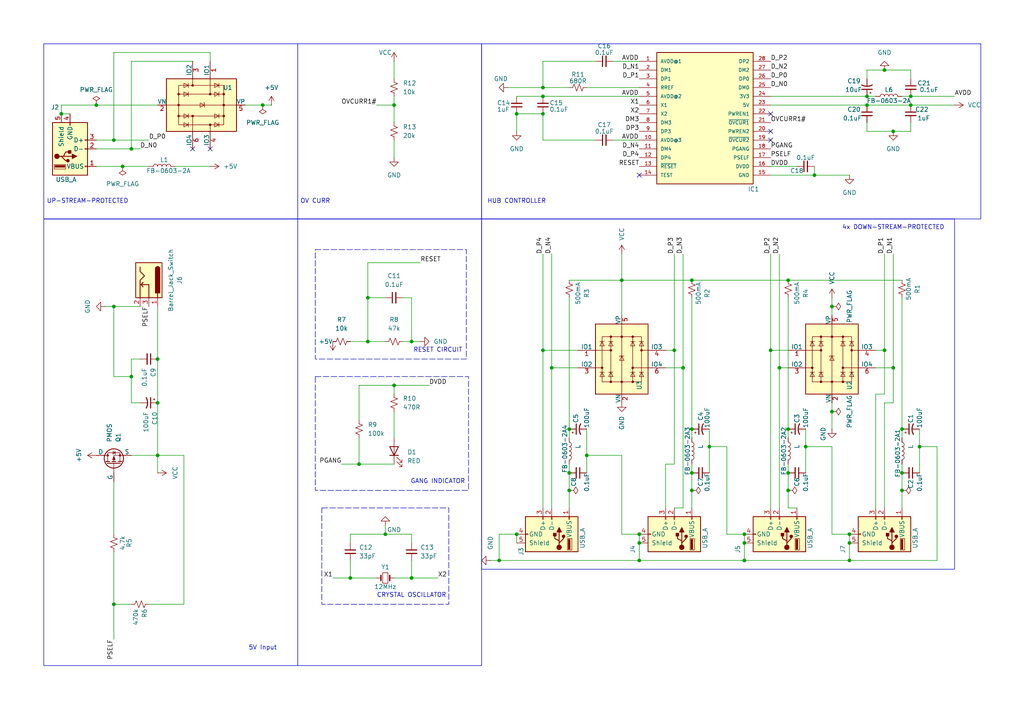
<source format=kicad_sch>
(kicad_sch (version 20231120) (generator "eeschema") (generator_version "8.0")
  (paper "A4")
  (title_block (title "USB_HUB") (date "2024-09-22") (company "Prince Lee Muhera"))
  (lib_symbols
    (symbol "Connector:Barrel_Jack_Switch" (pin_names hide)
      (property "Reference" "J" (at 0 5.334 0))
      (property "Value" "Barrel_Jack_Switch" (at 0 -5.08 0))
      (symbol "Barrel_Jack_Switch_1_1"
        (pin passive line (at 7.62 2.54 180) (length 2.54) (name "~") (number "1"))
        (pin passive line (at 7.62 -2.54 180) (length 2.54) (name "~") (number "2"))
        (pin passive line (at 7.62 0 180) (length 2.54) (name "~") (number "3"))
      )
    )
    (symbol "Connector:USB_A" (pin_names (offset 1.016))
      (property "Reference" "J?" (at -6.35 -1.2701 0))
      (property "Value" "USB_A" (at -6.35 1.2699 0))
      (symbol "USB_A_1_1"
        (pin power_in line (at 7.62 5.08 180) (length 2.54) (name "VBUS") (number "1"))
        (pin bidirectional line (at 7.62 0 180) (length 2.54) (name "D-") (number "2"))
        (pin bidirectional line (at 7.62 -2.54 180) (length 2.54) (name "D+") (number "3"))
        (pin power_in line (at 0 -10.16 90) (length 2.54) (name "GND") (number "4"))
        (pin passive line (at -2.54 -10.16 90) (length 2.54) (name "Shield") (number "5"))
      )
    )
    (symbol "Device:C_Polarized_Small_US" (pin_numbers hide) (pin_names (offset 0.254) hide)
      (property "Reference" "C" (at 0.254 1.778 0))
      (property "Value" "C_Polarized_Small_US" (at 0.254 -2.032 0))
      (symbol "C_Polarized_Small_US_1_1"
        (pin passive line (at 0 2.54 270) (length 2.032) (name "~") (number "1"))
        (pin passive line (at 0 -2.54 90) (length 2.032) (name "~") (number "2"))
      )
    )
    (symbol "Device:C_Small" (pin_numbers hide) (pin_names (offset 0.254) hide)
      (property "Reference" "C" (at 0.254 1.778 0))
      (property "Value" "C_Small" (at 0.254 -2.032 0))
      (symbol "C_Small_1_1"
        (pin passive line (at 0 2.54 270) (length 2.032) (name "~") (number "1"))
        (pin passive line (at 0 -2.54 90) (length 2.032) (name "~") (number "2"))
      )
    )
    (symbol "Device:Crystal_Small" (pin_numbers hide) (pin_names (offset 1.016) hide)
      (property "Reference" "Y" (at 0 2.54 0))
      (property "Value" "Crystal_Small" (at 0 -2.54 0))
      (symbol "Crystal_Small_1_1"
        (pin passive line (at -2.54 0 0) (length 1.27) (name "1") (number "1"))
        (pin passive line (at 2.54 0 180) (length 1.27) (name "2") (number "2"))
      )
    )
    (symbol "Device:L" (pin_numbers hide) (pin_names (offset 1.016) hide)
      (property "Reference" "L" (at -1.27 0 90))
      (property "Value" "L" (at 1.905 0 90))
      (symbol "L_1_1"
        (pin passive line (at 0 3.81 270) (length 1.27) (name "1") (number "1"))
        (pin passive line (at 0 -3.81 90) (length 1.27) (name "2") (number "2"))
      )
    )
    (symbol "Device:LED" (pin_numbers hide) (pin_names (offset 1.016) hide)
      (property "Reference" "D" (at 0 2.54 0))
      (property "Value" "LED" (at 0 -2.54 0))
      (symbol "LED_1_1"
        (pin passive line (at -3.81 0 0) (length 2.54) (name "K") (number "1"))
        (pin passive line (at 3.81 0 180) (length 2.54) (name "A") (number "2"))
      )
    )
    (symbol "Device:R_Small_US" (pin_numbers hide) (pin_names (offset 0.254) hide)
      (property "Reference" "R" (at 0.762 0.508 0))
      (property "Value" "R_Small_US" (at 0.762 -1.016 0))
      (symbol "R_Small_US_1_1"
        (pin passive line (at 0 2.54 270) (length 1.016) (name "~") (number "1"))
        (pin passive line (at 0 -2.54 90) (length 1.016) (name "~") (number "2"))
      )
    )
    (symbol "GL850G:GL850G" (pin_names (offset 1.016))
      (property "Reference" "IC1" (at 13.716 -16.764 0))
      (symbol "GL850G_0_0"
        (pin bidirectional line (at -17.78 20.32 0) (length 5.08) (name "AVDD@1") (number "1"))
        (pin bidirectional line (at -17.78 -2.54 0) (length 5.08) (name "AVDD@3") (number "10"))
        (pin bidirectional line (at -17.78 -5.08 0) (length 5.08) (name "DM4") (number "11"))
        (pin bidirectional line (at -17.78 -7.62 0) (length 5.08) (name "DP4") (number "12"))
        (pin bidirectional line (at -17.78 -10.16 0) (length 5.08) (name "~{RESET}") (number "13"))
        (pin bidirectional line (at -17.78 -12.7 0) (length 5.08) (name "TEST") (number "14"))
        (pin bidirectional line (at 20.32 -10.16 180) (length 5.08) (name "DVDD") (number "16"))
        (pin bidirectional line (at 20.32 -7.62 180) (length 5.08) (name "PSELF") (number "17"))
        (pin bidirectional line (at 20.32 -5.08 180) (length 5.08) (name "PGANG") (number "18"))
        (pin bidirectional line (at 20.32 -2.54 180) (length 5.08) (name "~{OVCUR2}") (number "19"))
        (pin bidirectional line (at 20.32 0 180) (length 5.08) (name "PWREN2") (number "20"))
        (pin bidirectional line (at 20.32 2.54 180) (length 5.08) (name "~{OVCUR1}") (number "21"))
        (pin bidirectional line (at 20.32 5.08 180) (length 5.08) (name "PWREN1") (number "22"))
        (pin bidirectional line (at 20.32 12.7 180) (length 5.08) (name "DM0") (number "25"))
        (pin bidirectional line (at 20.32 15.24 180) (length 5.08) (name "DP0") (number "26"))
        (pin bidirectional line (at -17.78 12.7 0) (length 5.08) (name "RREF") (number "4"))
        (pin bidirectional line (at -17.78 10.16 0) (length 5.08) (name "AVDD@2") (number "5"))
        (pin bidirectional line (at -17.78 7.62 0) (length 5.08) (name "X1") (number "6"))
        (pin bidirectional line (at -17.78 5.08 0) (length 5.08) (name "X2") (number "7"))
        (pin bidirectional line (at -17.78 2.54 0) (length 5.08) (name "DM3") (number "8"))
        (pin bidirectional line (at -17.78 0 0) (length 5.08) (name "DP3") (number "9"))
      )
      (symbol "GL850G_1_0"
        (pin power_in line (at 20.32 -12.7 180) (length 5.08) (name "GND") (number "15"))
        (pin bidirectional line (at -17.78 17.78 0) (length 5.08) (name "DM1") (number "2"))
        (pin power_in line (at 20.32 7.62 180) (length 5.08) (name "5V") (number "23"))
        (pin bidirectional line (at 20.32 10.16 180) (length 5.08) (name "3V3") (number "24"))
        (pin bidirectional line (at 20.32 17.78 180) (length 5.08) (name "DM2") (number "27"))
        (pin bidirectional line (at 20.32 20.32 180) (length 5.08) (name "DP2") (number "28"))
        (pin bidirectional line (at -17.78 15.24 0) (length 5.08) (name "DP1") (number "3"))
      )
    )
    (symbol "Power_Protection:SRV05-4" (pin_names (offset 0))
      (property "Reference" "U" (at -5.08 11.43 0))
      (property "Value" "SRV05-4" (at 2.54 11.43 0))
      (symbol "SRV05-4_1_1"
        (pin passive line (at -12.7 2.54 0) (length 5.08) (name "IO1") (number "1"))
        (pin passive line (at 0 -12.7 90) (length 2.54) (name "VN") (number "2"))
        (pin passive line (at -12.7 -2.54 0) (length 5.08) (name "IO2") (number "3"))
        (pin passive line (at 12.7 2.54 180) (length 5.08) (name "IO3") (number "4"))
        (pin passive line (at 0 12.7 270) (length 2.54) (name "VP") (number "5"))
        (pin passive line (at 12.7 -2.54 180) (length 5.08) (name "IO4") (number "6"))
      )
    )
    (symbol "SRV05-4_1" (pin_names (offset 0))
      (property "Reference" "U2" (at 5.08 -7.62 90))
      (symbol "SRV05-4_1_1_1"
        (pin passive line (at -12.7 2.54 0) (length 5.08) (name "IO1") (number "1"))
        (pin power_in line (at 0 -12.7 90) (length 2.54) (name "VN") (number "2"))
        (pin passive line (at -12.7 -2.54 0) (length 5.08) (name "IO2") (number "3"))
        (pin passive line (at 12.7 2.54 180) (length 5.08) (name "IO3") (number "4"))
        (pin power_in line (at 0 12.7 270) (length 2.54) (name "VP") (number "5"))
        (pin passive line (at 12.7 -2.54 180) (length 5.08) (name "IO4") (number "6"))
      )
    )
    (symbol "Simulation_SPICE:PMOS" (pin_numbers hide) (pin_names (offset 0))
      (property "Reference" "Q" (at 5.08 1.27 0))
      (property "Value" "PMOS" (at 5.08 -1.27 0))
      (symbol "PMOS_1_1"
        (pin passive line (at 2.54 5.08 270) (length 2.54) (name "D") (number "1"))
        (pin input line (at -5.08 0 0) (length 2.54) (name "G") (number "2"))
        (pin passive line (at 2.54 -5.08 90) (length 2.54) (name "S") (number "3"))
      )
    )
    (symbol "power:+5V" (power) (pin_numbers hide) (pin_names (offset 0) hide)
      (property "Value" "+5V" (at 0 3.556 0))
      (symbol "+5V_1_1"
        (pin power_in line (at 0 0 90) (length 0) (name "~") (number "1"))
      )
    )
    (symbol "power:GND" (power) (pin_numbers hide) (pin_names (offset 0) hide)
      (property "Value" "GND" (at 0 -3.81 0))
      (symbol "GND_1_1"
        (pin power_in line (at 0 0 270) (length 0) (name "~") (number "1"))
      )
    )
    (symbol "power:PWR_FLAG" (power) (pin_numbers hide) (pin_names (offset 0) hide)
      (property "Value" "PWR_FLAG" (at 0 3.81 0))
      (symbol "PWR_FLAG_0_0"
        (pin power_out line (at 0 0 90) (length 0) (name "~") (number "1"))
      )
    )
    (symbol "power:VCC" (power) (pin_numbers hide) (pin_names (offset 0) hide)
      (property "Value" "VCC" (at 0 3.556 0))
      (symbol "VCC_1_1"
        (pin power_in line (at 0 0 90) (length 0) (name "~") (number "1"))
      )
    )
  )
  (junction (at 200.66 137.16))
  (junction (at 33.02 40.64))
  (junction (at 241.3 119.38))
  (junction (at 35.56 48.26))
  (junction (at 261.62 142.24))
  (junction (at 264.16 30.48))
  (junction (at 246.38 162.56))
  (junction (at 185.42 162.56))
  (junction (at 17.78 33.02))
  (junction (at 215.9 157.48))
  (junction (at 246.38 157.48))
  (junction (at 144.78 162.56))
  (junction (at 233.68 129.54))
  (junction (at 198.12 106.68))
  (junction (at 157.48 101.6))
  (junction (at 261.62 137.16))
  (junction (at 157.48 33.02))
  (junction (at 185.42 157.48))
  (junction (at 165.1 124.46))
  (junction (at 228.6 124.46))
  (junction (at 106.68 86.36))
  (junction (at 160.02 106.68))
  (junction (at 259.08 38.1))
  (junction (at 205.74 129.54))
  (junction (at 256.54 20.32))
  (junction (at 149.86 33.02))
  (junction (at 101.6 167.64))
  (junction (at 38.1 43.18))
  (junction (at 200.66 124.46))
  (junction (at 215.9 162.56))
  (junction (at 200.66 81.28))
  (junction (at 264.16 27.94))
  (junction (at 33.02 88.9))
  (junction (at 157.48 27.94))
  (junction (at 114.3 30.48))
  (junction (at 236.22 50.8))
  (junction (at 104.14 134.62))
  (junction (at 241.3 88.9))
  (junction (at 266.7 129.54))
  (junction (at 195.58 101.6))
  (junction (at 38.1 109.22))
  (junction (at 111.76 154.94))
  (junction (at 45.72 132.08))
  (junction (at 149.86 154.94))
  (junction (at 185.42 154.94))
  (junction (at 33.02 175.26))
  (junction (at 215.9 154.94))
  (junction (at 45.72 116.84))
  (junction (at 256.54 101.6))
  (junction (at 261.62 124.46))
  (junction (at 119.38 167.64))
  (junction (at 200.66 142.24))
  (junction (at 165.1 137.16))
  (junction (at 259.08 106.68))
  (junction (at 106.68 99.06))
  (junction (at 157.48 25.4))
  (junction (at 27.94 30.48))
  (junction (at 170.18 132.08))
  (junction (at 228.6 137.16))
  (junction (at 76.2 30.48))
  (junction (at 165.1 142.24))
  (junction (at 251.46 27.94))
  (junction (at 228.6 142.24))
  (junction (at 119.38 99.06))
  (junction (at 228.6 81.28))
  (junction (at 246.38 154.94))
  (junction (at 226.06 106.68))
  (junction (at 45.72 104.14))
  (junction (at 223.52 101.6))
  (junction (at 251.46 30.48))
  (junction (at 180.34 81.28))
  (junction (at 114.3 111.76))
  (no_connect (at 223.52 40.64))
  (no_connect (at 185.42 50.8))
  (no_connect (at 60.96 43.18))
  (no_connect (at 55.88 43.18))
  (no_connect (at 223.52 38.1))
  (no_connect (at 223.52 33.02))
  (wire (pts (xy 193.04 147.32) (xy 193.04 134.62)))
  (wire (pts (xy 251.46 22.86) (xy 251.46 20.32)))
  (wire (pts (xy 200.66 142.24) (xy 200.66 147.32)))
  (wire (pts (xy 180.34 132.08) (xy 180.34 154.94)))
  (wire (pts (xy 78.74 30.48) (xy 76.2 30.48)))
  (wire (pts (xy 157.48 40.64) (xy 157.48 33.02)))
  (wire (pts (xy 149.86 33.02) (xy 149.86 38.1)))
  (wire (pts (xy 114.3 111.76) (xy 114.3 114.3)))
  (wire (pts (xy 261.62 86.36) (xy 261.62 124.46)))
  (wire (pts (xy 210.82 129.54) (xy 205.74 129.54)))
  (wire (pts (xy 223.52 48.26) (xy 231.14 48.26)))
  (wire (pts (xy 200.66 137.16) (xy 200.66 142.24)))
  (wire (pts (xy 228.6 137.16) (xy 228.6 142.24)))
  (wire (pts (xy 170.18 132.08) (xy 170.18 137.16)))
  (wire (pts (xy 215.9 154.94) (xy 215.9 157.48)))
  (wire (pts (xy 193.04 134.62) (xy 195.58 134.62)))
  (wire (pts (xy 119.38 154.94) (xy 119.38 157.48)))
  (wire (pts (xy 17.78 33.02) (xy 20.32 33.02)))
  (wire (pts (xy 157.48 147.32) (xy 157.48 101.6)))
  (wire (pts (xy 40.64 104.14) (xy 38.1 104.14)))
  (wire (pts (xy 27.94 30.48) (xy 45.72 30.48)))
  (wire (pts (xy 142.24 162.56) (xy 144.78 162.56)))
  (wire (pts (xy 38.1 17.78) (xy 38.1 43.18)))
  (wire (pts (xy 200.66 86.36) (xy 200.66 124.46)))
  (wire (pts (xy 157.48 17.78) (xy 157.48 25.4)))
  (wire (pts (xy 200.66 134.62) (xy 200.66 137.16)))
  (wire (pts (xy 111.76 152.4) (xy 111.76 154.94)))
  (wire (pts (xy 259.08 116.84) (xy 259.08 106.68)))
  (wire (pts (xy 119.38 167.64) (xy 127 167.64)))
  (wire (pts (xy 226.06 106.68) (xy 226.06 147.32)))
  (wire (pts (xy 149.86 154.94) (xy 149.86 157.48)))
  (wire (pts (xy 236.22 50.8) (xy 246.38 50.8)))
  (wire (pts (xy 223.52 50.8) (xy 236.22 50.8)))
  (wire (pts (xy 33.02 40.64) (xy 43.18 40.64)))
  (wire (pts (xy 254 114.3) (xy 256.54 114.3)))
  (wire (pts (xy 149.86 27.94) (xy 157.48 27.94)))
  (wire (pts (xy 261.62 134.62) (xy 261.62 137.16)))
  (wire (pts (xy 259.08 73.66) (xy 259.08 106.68)))
  (wire (pts (xy 226.06 73.66) (xy 226.06 106.68)))
  (wire (pts (xy 149.86 33.02) (xy 157.48 33.02)))
  (wire (pts (xy 205.74 129.54) (xy 205.74 137.16)))
  (wire (pts (xy 195.58 147.32) (xy 198.12 147.32)))
  (wire (pts (xy 233.68 129.54) (xy 241.3 129.54)))
  (wire (pts (xy 76.2 30.48) (xy 71.12 30.48)))
  (wire (pts (xy 33.02 139.7) (xy 33.02 154.94)))
  (wire (pts (xy 27.94 48.26) (xy 35.56 48.26)))
  (wire (pts (xy 38.1 43.18) (xy 40.64 43.18)))
  (wire (pts (xy 27.94 40.64) (xy 33.02 40.64)))
  (wire (pts (xy 109.22 30.48) (xy 114.3 30.48)))
  (wire (pts (xy 111.76 154.94) (xy 119.38 154.94)))
  (wire (pts (xy 251.46 30.48) (xy 264.16 30.48)))
  (wire (pts (xy 60.96 15.24) (xy 33.02 15.24)))
  (wire (pts (xy 114.3 111.76) (xy 124.46 111.76)))
  (wire (pts (xy 215.9 154.94) (xy 210.82 154.94)))
  (wire (pts (xy 119.38 162.56) (xy 119.38 167.64)))
  (wire (pts (xy 264.16 30.48) (xy 276.86 30.48)))
  (wire (pts (xy 256.54 114.3) (xy 256.54 101.6)))
  (wire (pts (xy 271.78 162.56) (xy 271.78 129.54)))
  (wire (pts (xy 259.08 38.1) (xy 264.16 38.1)))
  (wire (pts (xy 157.48 73.66) (xy 157.48 101.6)))
  (wire (pts (xy 256.54 116.84) (xy 259.08 116.84)))
  (wire (pts (xy 114.3 40.64) (xy 114.3 45.72)))
  (wire (pts (xy 160.02 73.66) (xy 160.02 106.68)))
  (wire (pts (xy 160.02 147.32) (xy 160.02 106.68)))
  (wire (pts (xy 228.6 81.28) (xy 200.66 81.28)))
  (wire (pts (xy 165.1 134.62) (xy 165.1 137.16)))
  (wire (pts (xy 271.78 129.54) (xy 266.7 129.54)))
  (wire (pts (xy 177.8 40.64) (xy 185.42 40.64)))
  (wire (pts (xy 33.02 109.22) (xy 38.1 109.22)))
  (wire (pts (xy 180.34 154.94) (xy 185.42 154.94)))
  (wire (pts (xy 33.02 160.02) (xy 33.02 175.26)))
  (wire (pts (xy 241.3 154.94) (xy 246.38 154.94)))
  (wire (pts (xy 33.02 15.24) (xy 33.02 40.64)))
  (wire (pts (xy 157.48 27.94) (xy 185.42 27.94)))
  (wire (pts (xy 104.14 111.76) (xy 114.3 111.76)))
  (wire (pts (xy 259.08 106.68) (xy 254 106.68)))
  (wire (pts (xy 101.6 154.94) (xy 111.76 154.94)))
  (wire (pts (xy 195.58 101.6) (xy 193.04 101.6)))
  (wire (pts (xy 101.6 99.06) (xy 106.68 99.06)))
  (wire (pts (xy 144.78 162.56) (xy 144.78 154.94)))
  (wire (pts (xy 251.46 35.56) (xy 251.46 38.1)))
  (wire (pts (xy 114.3 27.94) (xy 114.3 30.48)))
  (wire (pts (xy 261.62 81.28) (xy 228.6 81.28)))
  (wire (pts (xy 200.66 81.28) (xy 180.34 81.28)))
  (wire (pts (xy 172.72 40.64) (xy 157.48 40.64)))
  (wire (pts (xy 27.94 43.18) (xy 38.1 43.18)))
  (wire (pts (xy 228.6 127) (xy 228.6 124.46)))
  (wire (pts (xy 165.1 127) (xy 165.1 124.46)))
  (wire (pts (xy 38.1 116.84) (xy 40.64 116.84)))
  (wire (pts (xy 180.34 81.28) (xy 165.1 81.28)))
  (wire (pts (xy 45.72 132.08) (xy 45.72 137.16)))
  (wire (pts (xy 101.6 167.64) (xy 109.22 167.64)))
  (wire (pts (xy 215.9 157.48) (xy 215.9 162.56)))
  (wire (pts (xy 233.68 124.46) (xy 233.68 129.54)))
  (wire (pts (xy 228.6 86.36) (xy 228.6 124.46)))
  (wire (pts (xy 233.68 129.54) (xy 233.68 137.16)))
  (wire (pts (xy 55.88 17.78) (xy 38.1 17.78)))
  (wire (pts (xy 99.06 134.62) (xy 104.14 134.62)))
  (wire (pts (xy 266.7 124.46) (xy 266.7 129.54)))
  (wire (pts (xy 45.72 104.14) (xy 45.72 116.84)))
  (wire (pts (xy 246.38 154.94) (xy 246.38 157.48)))
  (wire (pts (xy 17.78 30.48) (xy 27.94 30.48)))
  (wire (pts (xy 241.3 86.36) (xy 241.3 88.9)))
  (wire (pts (xy 114.3 167.64) (xy 119.38 167.64)))
  (wire (pts (xy 33.02 175.26) (xy 33.02 185.42)))
  (wire (pts (xy 157.48 25.4) (xy 165.1 25.4)))
  (wire (pts (xy 101.6 157.48) (xy 101.6 154.94)))
  (wire (pts (xy 261.62 27.94) (xy 264.16 27.94)))
  (wire (pts (xy 165.1 142.24) (xy 165.1 147.32)))
  (wire (pts (xy 106.68 99.06) (xy 111.76 99.06)))
  (wire (pts (xy 60.96 17.78) (xy 60.96 15.24)))
  (wire (pts (xy 104.14 134.62) (xy 114.3 134.62)))
  (wire (pts (xy 180.34 73.66) (xy 180.34 81.28)))
  (wire (pts (xy 33.02 88.9) (xy 30.48 88.9)))
  (wire (pts (xy 198.12 106.68) (xy 198.12 147.32)))
  (wire (pts (xy 223.52 73.66) (xy 223.52 101.6)))
  (wire (pts (xy 256.54 147.32) (xy 256.54 116.84)))
  (wire (pts (xy 38.1 104.14) (xy 38.1 109.22)))
  (wire (pts (xy 160.02 106.68) (xy 167.64 106.68)))
  (wire (pts (xy 198.12 106.68) (xy 193.04 106.68)))
  (wire (pts (xy 200.66 127) (xy 200.66 124.46)))
  (wire (pts (xy 215.9 162.56) (xy 246.38 162.56)))
  (wire (pts (xy 266.7 129.54) (xy 266.7 137.16)))
  (wire (pts (xy 157.48 101.6) (xy 167.64 101.6)))
  (wire (pts (xy 170.18 124.46) (xy 170.18 132.08)))
  (wire (pts (xy 165.1 137.16) (xy 165.1 142.24)))
  (wire (pts (xy 35.56 48.26) (xy 43.18 48.26)))
  (wire (pts (xy 116.84 86.36) (xy 119.38 86.36)))
  (wire (pts (xy 180.34 81.28) (xy 180.34 91.44)))
  (wire (pts (xy 241.3 116.84) (xy 241.3 119.38)))
  (wire (pts (xy 170.18 132.08) (xy 180.34 132.08)))
  (wire (pts (xy 38.1 175.26) (xy 33.02 175.26)))
  (wire (pts (xy 264.16 20.32) (xy 264.16 22.86)))
  (wire (pts (xy 228.6 134.62) (xy 228.6 137.16)))
  (wire (pts (xy 241.3 88.9) (xy 241.3 91.44)))
  (wire (pts (xy 228.6 147.32) (xy 231.14 147.32)))
  (wire (pts (xy 170.18 25.4) (xy 185.42 25.4)))
  (wire (pts (xy 205.74 124.46) (xy 205.74 129.54)))
  (wire (pts (xy 264.16 27.94) (xy 276.86 27.94)))
  (wire (pts (xy 144.78 162.56) (xy 185.42 162.56)))
  (wire (pts (xy 104.14 127) (xy 104.14 134.62)))
  (wire (pts (xy 185.42 162.56) (xy 215.9 162.56)))
  (wire (pts (xy 172.72 17.78) (xy 157.48 17.78)))
  (wire (pts (xy 241.3 119.38) (xy 241.3 124.46)))
  (wire (pts (xy 261.62 127) (xy 261.62 124.46)))
  (wire (pts (xy 198.12 73.66) (xy 198.12 106.68)))
  (wire (pts (xy 223.52 27.94) (xy 251.46 27.94)))
  (wire (pts (xy 106.68 86.36) (xy 106.68 76.2)))
  (wire (pts (xy 210.82 154.94) (xy 210.82 129.54)))
  (wire (pts (xy 53.34 132.08) (xy 53.34 175.26)))
  (wire (pts (xy 147.32 25.4) (xy 157.48 25.4)))
  (wire (pts (xy 101.6 162.56) (xy 101.6 167.64)))
  (wire (pts (xy 40.64 88.9) (xy 33.02 88.9)))
  (wire (pts (xy 195.58 134.62) (xy 195.58 101.6)))
  (wire (pts (xy 106.68 76.2) (xy 121.92 76.2)))
  (wire (pts (xy 119.38 99.06) (xy 121.92 99.06)))
  (wire (pts (xy 119.38 86.36) (xy 119.38 99.06)))
  (wire (pts (xy 114.3 119.38) (xy 114.3 127)))
  (wire (pts (xy 256.54 20.32) (xy 264.16 20.32)))
  (wire (pts (xy 251.46 27.94) (xy 254 27.94)))
  (wire (pts (xy 241.3 129.54) (xy 241.3 154.94)))
  (wire (pts (xy 53.34 175.26) (xy 43.18 175.26)))
  (wire (pts (xy 45.72 116.84) (xy 45.72 132.08)))
  (wire (pts (xy 228.6 106.68) (xy 226.06 106.68)))
  (wire (pts (xy 195.58 73.66) (xy 195.58 101.6)))
  (wire (pts (xy 106.68 86.36) (xy 106.68 99.06)))
  (wire (pts (xy 114.3 17.78) (xy 114.3 22.86)))
  (wire (pts (xy 261.62 142.24) (xy 261.62 147.32)))
  (wire (pts (xy 261.62 137.16) (xy 261.62 142.24)))
  (wire (pts (xy 60.96 48.26) (xy 50.8 48.26)))
  (wire (pts (xy 185.42 154.94) (xy 185.42 157.48)))
  (wire (pts (xy 38.1 132.08) (xy 45.72 132.08)))
  (wire (pts (xy 223.52 30.48) (xy 251.46 30.48)))
  (wire (pts (xy 236.22 48.26) (xy 236.22 50.8)))
  (wire (pts (xy 228.6 101.6) (xy 223.52 101.6)))
  (wire (pts (xy 228.6 142.24) (xy 228.6 147.32)))
  (wire (pts (xy 144.78 154.94) (xy 149.86 154.94)))
  (wire (pts (xy 33.02 88.9) (xy 33.02 109.22)))
  (wire (pts (xy 96.52 167.64) (xy 101.6 167.64)))
  (wire (pts (xy 254 147.32) (xy 254 114.3)))
  (wire (pts (xy 45.72 88.9) (xy 45.72 104.14)))
  (wire (pts (xy 177.8 17.78) (xy 185.42 17.78)))
  (wire (pts (xy 223.52 101.6) (xy 223.52 147.32)))
  (wire (pts (xy 264.16 38.1) (xy 264.16 35.56)))
  (wire (pts (xy 45.72 132.08) (xy 53.34 132.08)))
  (wire (pts (xy 185.42 157.48) (xy 185.42 162.56)))
  (wire (pts (xy 251.46 20.32) (xy 256.54 20.32)))
  (wire (pts (xy 111.76 86.36) (xy 106.68 86.36)))
  (wire (pts (xy 165.1 86.36) (xy 165.1 124.46)))
  (wire (pts (xy 246.38 157.48) (xy 246.38 162.56)))
  (wire (pts (xy 251.46 38.1) (xy 259.08 38.1)))
  (wire (pts (xy 104.14 121.92) (xy 104.14 111.76)))
  (wire (pts (xy 17.78 30.48) (xy 17.78 33.02)))
  (wire (pts (xy 114.3 30.48) (xy 114.3 35.56)))
  (wire (pts (xy 256.54 73.66) (xy 256.54 101.6)))
  (wire (pts (xy 38.1 109.22) (xy 38.1 116.84)))
  (wire (pts (xy 256.54 101.6) (xy 254 101.6)))
  (wire (pts (xy 116.84 99.06) (xy 119.38 99.06)))
  (wire (pts (xy 246.38 162.56) (xy 271.78 162.56)))
  (rectangle (start 86.36 63.5) (end 139.7 193.04))
  (rectangle (start 91.44 72.39) (end 135.255 104.14) (stroke (width 0) (type dash)))
  (rectangle (start 12.7 63.5) (end 86.36 193.04))
  (rectangle (start 93.345 147.32) (end 130.175 175.26) (stroke (width 0) (type dash)))
  (rectangle (start 139.7 63.5) (end 276.86 165.1))
  (rectangle (start 12.7 12.7) (end 86.36 63.5))
  (rectangle (start 139.7 12.7) (end 284.48 63.5))
  (rectangle (start 86.36 12.7) (end 139.7 63.5))
  (rectangle (start 91.44 109.22) (end 135.89 142.24) (stroke (width 0) (type dash)))
  (text "5V Input\n" (at 76.2 187.96 0) (effects (font (size 1.27 1.27))))
  (text "RESET CIRCUIT\n" (at 127 101.6 0) (effects (font (size 1.27 1.27))))
  (text "HUB CONTROLLER\n" (at 149.86 58.42 0) (effects (font (size 1.27 1.27))))
  (text "UP-STREAM-PROTECTED\n" (at 25.4 58.42 0) (effects (font (size 1.27 1.27))))
  (text "GANG INDICATOR\n" (at 127 139.7 0) (effects (font (size 1.27 1.27))))
  (text "CRYSTAL OSCILLATOR\n" (at 119.38 172.72 0) (effects (font (size 1.27 1.27))))
  (text "4x DOWN-STREAM-PROTECTED\n" (at 259.08 66.04 0) (effects (font (size 1.27 1.27))))
  (text "OV CURR" (at 91.44 58.42 0) (effects (font (size 1.27 1.27))))
  (label "OVCURR1#" (at 223.52 35.56 0))
  (label "PSELF" (at 223.52 45.72 0))
  (label "D_P3" (at 195.58 73.66 90))
  (label "D_P2" (at 223.52 17.78 0))
  (label "D_N4" (at 160.02 73.66 90))
  (label "D_N3" (at 198.12 73.66 90))
  (label "AVDD" (at 276.86 27.94 0))
  (label "D_P4" (at 157.48 73.66 90))
  (label "D_N2" (at 223.52 20.32 0))
  (label "D_N0" (at 40.64 43.18 0))
  (label "X2" (at 185.42 33.02 180))
  (label "X1" (at 96.52 167.64 180))
  (label "OVCURR1#" (at 109.22 30.48 180))
  (label "D_N4" (at 185.42 43.18 180))
  (label "PSELF" (at 43.18 88.9 270))
  (label "D_N2" (at 226.06 73.66 90))
  (label "AVDD" (at 180.34 27.94 0))
  (label "AVDD" (at 180.34 40.64 0))
  (label "DVDD" (at 124.46 111.76 0))
  (label "DVDD" (at 223.52 48.26 0))
  (label "PSELF" (at 33.02 185.42 270))
  (label "RESET" (at 121.92 76.2 0))
  (label "D_P1" (at 256.54 73.66 90))
  (label "D_P2" (at 223.52 73.66 90))
  (label "D_P0" (at 43.18 40.64 0))
  (label "D_P4" (at 185.42 45.72 180))
  (label "D_N1" (at 259.08 73.66 90))
  (label "D_N0" (at 223.52 25.4 0))
  (label "DP3" (at 185.42 38.1 180))
  (label "PGANG" (at 99.06 134.62 180))
  (label "PGANG" (at 223.52 43.18 0))
  (label "D_N1" (at 185.42 20.32 180))
  (label "D_P1" (at 185.42 22.86 180))
  (label "AVDD" (at 180.34 17.78 0))
  (label "DM3" (at 185.42 35.56 180))
  (label "D_P0" (at 223.52 22.86 0))
  (label "RESET" (at 185.42 48.26 180))
  (label "X1" (at 185.42 30.48 180))
  (label "X2" (at 127 167.64 0))
  (symbol (lib_id "Power_Protection:SRV05-4") (at 180.34 104.14 0) (unit 1)
    (property "Reference" "U3" (at 185.42 111.76 90))
    (property "Value" "SRV05-4" (effects (hide yes)))
    (property "Footprint" "Package_TO_SOT_SMD:SOT-23-6" (effects (hide yes)))
    (property "Datasheet" "http://www.onsemi.com/pub/Collateral/SRV05-4-D.PDF" (effects (hide yes)))
    (property "Description" "ESD Protection Diodes with Low Clamping Voltage, SOT-23-6" (effects (hide yes)))
  )
  (symbol (lib_id "Device:R_Small_US") (at 228.6 83.82 0) (unit 1)
    (property "Reference" "R4" (at 233.68 85.09 90))
    (property "Value" "500mA" (at 231.14 85.09 90))
    (property "Footprint" "Resistor_SMD:R_0805_2012Metric_Pad1.20x1.40mm_HandSolder" (effects (hide yes)))
    (property "Description" "Resistor, small US symbol" (effects (hide yes)))
  )
  (symbol (lib_id "Device:R_Small_US") (at 104.14 124.46 0) (unit 1)
    (property "Reference" "R9" (at 106.68 123.1899 0) (effects (justify left)))
    (property "Value" "100k" (at 106.68 125.7299 0) (effects (justify left)))
    (property "Footprint" "Resistor_SMD:R_0805_2012Metric_Pad1.20x1.40mm_HandSolder" (effects (hide yes)))
    (property "Description" "Resistor, small US symbol" (effects (hide yes)))
  )
  (symbol (lib_id "Device:C_Small") (at 264.16 137.16 270) (unit 1)
    (property "Reference" "C2" (at 264.16 139.065 0) (effects (justify left)))
    (property "Value" "0.1uF" (at 266.7 137.16 0) (effects (justify left)))
    (property "Footprint" "Capacitor_SMD:C_0805_2012Metric_Pad1.18x1.45mm_HandSolder" (effects (hide yes)))
    (property "Description" "Unpolarized capacitor, small symbol" (effects (hide yes)))
  )
  (symbol (lib_id "power:PWR_FLAG") (at 27.94 30.48 0) (unit 1)
    (property "Reference" "#FLG09" (effects (hide yes)))
    (property "Value" "PWR_FLAG" (at 27.94 26.035 0))
    (property "Description" "Special symbol for telling ERC where power comes from" (effects (hide yes)))
  )
  (symbol (lib_id "Connector:USB_A") (at 195.58 154.94 270) (mirror x) (unit 1)
    (property "Reference" "J4" (at 183.515 158.115 0) (effects (justify right)))
    (property "Value" "USB_A" (at 204.47 153.035 0) (effects (justify right)))
    (property "Footprint" "Connector_USB:USB_A_Molex_67643_Horizontal" (effects (hide yes)))
    (property "Description" "USB Type A connector" (effects (hide yes)))
  )
  (symbol (lib_id "Device:R_Small_US") (at 165.1 83.82 0) (unit 1)
    (property "Reference" "R3" (at 170.18 85.09 90))
    (property "Value" "500mA" (at 167.64 85.09 90))
    (property "Footprint" "Resistor_SMD:R_0805_2012Metric_Pad1.20x1.40mm_HandSolder" (effects (hide yes)))
    (property "Description" "Resistor, small US symbol" (effects (hide yes)))
  )
  (symbol (lib_id "Device:C_Small") (at 149.86 30.48 180) (unit 1)
    (property "Reference" "C14" (at 144.145 29.845 0) (effects (justify right)))
    (property "Value" "1uF" (at 144.145 31.75 0) (effects (justify right)))
    (property "Footprint" "Capacitor_SMD:C_0805_2012Metric_Pad1.18x1.45mm_HandSolder" (effects (hide yes)))
    (property "Description" "Unpolarized capacitor, small symbol" (effects (hide yes)))
  )
  (symbol (lib_id "Device:R_Small_US") (at 200.66 83.82 0) (unit 1)
    (property "Reference" "R2" (at 205.105 85.09 90))
    (property "Value" "500mA" (at 202.565 85.09 90))
    (property "Footprint" "Resistor_SMD:R_0805_2012Metric_Pad1.20x1.40mm_HandSolder" (effects (hide yes)))
    (property "Description" "Resistor, small US symbol" (effects (hide yes)))
  )
  (symbol (lib_id "Device:C_Polarized_Small_US") (at 203.2 124.46 90) (unit 1)
    (property "Reference" "C4" (at 203.2 119.38 0) (effects (justify right)))
    (property "Value" "100uF" (at 205.105 118.11 0) (effects (justify right)))
    (property "Footprint" "Capacitor_THT:C_Radial_D4.0mm_H7.0mm_P1.50mm" (effects (hide yes)))
    (property "Description" "Polarized capacitor, small US symbol" (effects (hide yes)))
  )
  (symbol (lib_id "Device:C_Small") (at 175.26 40.64 90) (unit 1)
    (property "Reference" "C17" (at 175.26 36.195 90))
    (property "Value" "0.1uF" (at 175.26 38.1 90))
    (property "Footprint" "Capacitor_SMD:C_0805_2012Metric_Pad1.18x1.45mm_HandSolder" (effects (hide yes)))
    (property "Description" "Unpolarized capacitor, small symbol" (effects (hide yes)))
  )
  (symbol (lib_id "power:GND") (at 246.38 50.8 0) (unit 1)
    (property "Reference" "#PWR016" (effects (hide yes)))
    (property "Value" "GND" (at 246.38 55.88 0))
    (property "Description" "Power symbol creates a global label with name \"GND\" , ground" (effects (hide yes)))
  )
  (symbol (lib_id "Simulation_SPICE:PMOS") (at 33.02 134.62 90) (unit 1)
    (property "Reference" "Q1" (at 34.2901 128.27 0) (effects (justify left)))
    (property "Value" "PMOS" (at 31.7501 128.27 0) (effects (justify left)))
    (property "Footprint" "NPN_Transitor:SOT95P240X110-3N" (effects (hide yes)))
    (property "Datasheet" "https://ngspice.sourceforge.io/docs/ngspice-html-manual/manual.xhtml#cha_MOSFETs" (effects (hide yes)))
    (property "Description" "P-MOSFET transistor, drain/source/gate" (effects (hide yes)))
    (property "Sim.Device" "PMOS" (effects (hide yes)))
    (property "Sim.Type" "VDMOS" (effects (hide yes)))
    (property "Sim.Pins" "1=D 2=G 3=S" (effects (hide yes)))
  )
  (symbol (lib_id "Device:C_Small") (at 157.48 30.48 180) (unit 1)
    (property "Reference" "C15" (at 159.385 29.845 0) (effects (justify right)))
    (property "Value" "0.1uF" (at 159.385 31.75 0) (effects (justify right)))
    (property "Footprint" "Capacitor_SMD:C_0805_2012Metric_Pad1.18x1.45mm_HandSolder" (effects (hide yes)))
    (property "Description" "Unpolarized capacitor, small symbol" (effects (hide yes)))
  )
  (symbol (lib_id "Device:C_Small") (at 264.16 25.4 0) (unit 1)
    (property "Reference" "C21" (at 266.065 24.13 0) (effects (justify left)))
    (property "Value" "0.1uF" (at 266.7 26.035 0) (effects (justify left)))
    (property "Footprint" "Capacitor_SMD:C_0805_2012Metric_Pad1.18x1.45mm_HandSolder" (effects (hide yes)))
    (property "Description" "Unpolarized capacitor, small symbol" (effects (hide yes)))
  )
  (symbol (lib_id "Device:C_Small") (at 203.2 137.16 270) (unit 1)
    (property "Reference" "C7" (at 203.2 138.43 0) (effects (justify left)))
    (property "Value" "0.1uF" (at 205.105 137.16 0) (effects (justify left)))
    (property "Footprint" "Capacitor_SMD:C_0805_2012Metric_Pad1.18x1.45mm_HandSolder" (effects (hide yes)))
    (property "Description" "Unpolarized capacitor, small symbol" (effects (hide yes)))
  )
  (symbol (lib_id "power:VCC") (at 45.72 137.16 270) (unit 1)
    (property "Reference" "#PWR09" (effects (hide yes)))
    (property "Value" "VCC" (at 50.8 137.16 0))
    (property "Description" "Power symbol creates a global label with name \"VCC\"" (effects (hide yes)))
  )
  (symbol (lib_id "power:GND") (at 111.76 152.4 180) (unit 1)
    (property "Reference" "#PWR013" (effects (hide yes)))
    (property "Value" "GND" (at 114.3 153.67 0))
    (property "Description" "Power symbol creates a global label with name \"GND\" , ground" (effects (hide yes)))
  )
  (symbol (lib_id "power:PWR_FLAG") (at 76.2 30.48 180) (unit 1)
    (property "Reference" "#FLG03" (effects (hide yes)))
    (property "Value" "PWR_FLAG" (at 76.2 35.56 0))
    (property "Description" "Special symbol for telling ERC where power comes from" (effects (hide yes)))
  )
  (symbol (lib_id "power:GND") (at 259.08 38.1 0) (unit 1)
    (property "Reference" "#PWR019" (effects (hide yes)))
    (property "Value" "GND" (at 259.08 43.18 0))
    (property "Description" "Power symbol creates a global label with name \"GND\" , ground" (effects (hide yes)))
  )
  (symbol (lib_id "Device:L") (at 257.81 27.94 90) (unit 1)
    (property "Reference" "L6" (at 257.81 26.035 90))
    (property "Value" "FB-0603-2A" (at 257.81 29.21 90))
    (property "Footprint" "Inductor_SMD:L_0805_2012Metric_Pad1.15x1.40mm_HandSolder" (effects (hide yes)))
    (property "Description" "Inductor" (effects (hide yes)))
  )
  (symbol (lib_id "Power_Protection:SRV05-4") (at 58.42 30.48 270) (unit 1)
    (property "Reference" "U1" (at 66.04 25.4 90))
    (property "Value" "SRV05-4" (effects (hide yes)))
    (property "Footprint" "Package_TO_SOT_SMD:SOT-23-6" (effects (hide yes)))
    (property "Datasheet" "http://www.onsemi.com/pub/Collateral/SRV05-4-D.PDF" (effects (hide yes)))
    (property "Description" "ESD Protection Diodes with Low Clamping Voltage, SOT-23-6" (effects (hide yes)))
  )
  (symbol (lib_id "Device:C_Small") (at 251.46 33.02 0) (unit 1)
    (property "Reference" "C20" (at 245.745 31.75 0) (effects (justify left)))
    (property "Value" "0.1uF" (at 244.475 34.29 0) (effects (justify left)))
    (property "Footprint" "Capacitor_SMD:C_0805_2012Metric_Pad1.18x1.45mm_HandSolder" (effects (hide yes)))
    (property "Description" "Unpolarized capacitor, small symbol" (effects (hide yes)))
  )
  (symbol (lib_id "Device:C_Polarized_Small_US") (at 231.14 124.46 90) (unit 1)
    (property "Reference" "C3" (at 231.14 120.015 0) (effects (justify right)))
    (property "Value" "100uF" (at 233.68 118.11 0) (effects (justify right)))
    (property "Footprint" "Capacitor_THT:C_Radial_D4.0mm_H7.0mm_P1.50mm" (effects (hide yes)))
    (property "Description" "Polarized capacitor, small US symbol" (effects (hide yes)))
  )
  (symbol (lib_id "power:GND") (at 180.34 116.84 0) (unit 1)
    (property "Reference" "#PWR06" (effects (hide yes)))
    (property "Value" "GND" (at 180.3401 120.65 90) (effects (justify right)))
    (property "Description" "Power symbol creates a global label with name \"GND\" , ground" (effects (hide yes)))
  )
  (symbol (lib_id "power:PWR_FLAG") (at 261.62 142.24 270) (unit 1)
    (property "Reference" "#FLG07" (effects (hide yes)))
    (property "Value" "PWR_FLAG" (effects (hide yes)))
    (property "Description" "Special symbol for telling ERC where power comes from" (effects (hide yes)))
  )
  (symbol (lib_id "power:VCC") (at 241.3 86.36 0) (unit 1)
    (property "Reference" "#PWR04" (effects (hide yes)))
    (property "Value" "VCC" (at 241.3001 82.55 90) (effects (justify left)))
    (property "Description" "Power symbol creates a global label with name \"VCC\"" (effects (hide yes)))
  )
  (symbol (lib_id "Device:R_Small_US") (at 40.64 175.26 90) (unit 1)
    (property "Reference" "R6" (at 41.91 176.53 0) (effects (justify right)))
    (property "Value" "470k" (at 39.37 176.53 0) (effects (justify right)))
    (property "Footprint" "Resistor_SMD:R_0805_2012Metric_Pad1.20x1.40mm_HandSolder" (effects (hide yes)))
    (property "Description" "Resistor, small US symbol" (effects (hide yes)))
  )
  (symbol (lib_id "Device:C_Polarized_Small_US") (at 43.18 116.84 270) (unit 1)
    (property "Reference" "C10" (at 44.8819 119.38 0) (effects (justify left)))
    (property "Value" "100uF" (at 42.3419 119.38 0) (effects (justify left)))
    (property "Footprint" "Capacitor_THT:CP_Radial_D8.0mm_P3.80mm" (effects (hide yes)))
    (property "Description" "Polarized capacitor, small US symbol" (effects (hide yes)))
  )
  (symbol (lib_id "Connector:Barrel_Jack_Switch") (at 43.18 81.28 270) (unit 1)
    (property "Reference" "J6" (at 52.07 81.28 0))
    (property "Value" "Barrel_Jack_Switch" (at 49.53 81.28 0))
    (property "Footprint" "Connector_BarrelJack:BarrelJack_Horizontal" (effects (hide yes)))
    (property "Description" "DC Barrel Jack with an internal switch" (effects (hide yes)))
  )
  (symbol (lib_id "power:PWR_FLAG") (at 228.6 142.24 270) (unit 1)
    (property "Reference" "#FLG05" (effects (hide yes)))
    (property "Value" "PWR_FLAG" (effects (hide yes)))
    (property "Description" "Special symbol for telling ERC where power comes from" (effects (hide yes)))
  )
  (symbol (lib_id "power:+5V") (at 27.94 132.08 90) (unit 1)
    (property "Reference" "#PWR010" (effects (hide yes)))
    (property "Value" "+5V" (at 22.86 132.08 0))
    (property "Description" "Power symbol creates a global label with name \"+5V\"" (effects (hide yes)))
  )
  (symbol (lib_id "power:GND") (at 142.24 162.56 270) (unit 1)
    (property "Reference" "#PWR05" (effects (hide yes)))
    (property "Value" "GND" (at 142.24 157.48 0))
    (property "Description" "Power symbol creates a global label with name \"GND\" , ground" (effects (hide yes)))
  )
  (symbol (lib_id "power:VCC") (at 114.3 17.78 0) (unit 1)
    (property "Reference" "#PWR020" (effects (hide yes)))
    (property "Value" "VCC" (at 111.76 15.24 0))
    (property "Description" "Power symbol creates a global label with name \"VCC\"" (effects (hide yes)))
  )
  (symbol (lib_id "GL850G:GL850G") (at 203.2 38.1 0) (unit 1)
    (property "Reference" "IC1" (at 216.916 54.864 0) (effects (justify left)))
    (property "Value" "GL850G" (effects (hide yes)))
    (property "Footprint" "GL850G-HH:28SSOP" (effects (hide yes)))
    (property "MF" "Vishay Intertechnology" (effects (hide yes)))
    (property "Description_1" "\nProgrammable Logic IC Development Tools\n" (effects (hide yes)))
    (property "Package" "None" (effects (hide yes)))
    (property "Price" "None" (effects (hide yes)))
    (property "SnapEDA_Link" "https://www.snapeda.com/parts/GL850G/Vishay/view-part/?ref=snap" (effects (hide yes)))
    (property "MP" "GL850G" (effects (hide yes)))
    (property "Availability" "Not in stock" (effects (hide yes)))
    (property "Check_prices" "https://www.snapeda.com/parts/GL850G/Vishay/view-part/?ref=eda" (effects (hide yes)))
  )
  (symbol (lib_id "Device:L") (at 200.66 130.81 0) (unit 1)
    (property "Reference" "FB-0603-2A3" (at 199.39 130.81 90))
    (property "Value" "L" (at 203.2 129.54 90))
    (property "Footprint" "Inductor_SMD:L_0805_2012Metric_Pad1.15x1.40mm_HandSolder" (effects (hide yes)))
    (property "Description" "Inductor" (effects (hide yes)))
  )
  (symbol (lib_id "Device:C_Polarized_Small_US") (at 264.16 124.46 90) (unit 1)
    (property "Reference" "C1" (at 264.16 120.015 0) (effects (justify right)))
    (property "Value" "100uF" (at 266.7 118.11 0) (effects (justify right)))
    (property "Footprint" "Capacitor_THT:C_Radial_D4.0mm_H7.0mm_P1.50mm" (effects (hide yes)))
    (property "Description" "Polarized capacitor, small US symbol" (effects (hide yes)))
  )
  (symbol (lib_id "power:+5V") (at 96.52 99.06 180) (unit 1)
    (property "Reference" "#PWR011" (effects (hide yes)))
    (property "Value" "+5V" (at 96.52 99.06 0) (effects (justify left)))
    (property "Description" "Power symbol creates a global label with name \"+5V\"" (effects (hide yes)))
  )
  (symbol (lib_id "Device:C_Small") (at 43.18 104.14 270) (unit 1)
    (property "Reference" "C9" (at 44.4438 106.68 0) (effects (justify left)))
    (property "Value" "0.1uF" (at 41.9038 106.68 0) (effects (justify left)))
    (property "Footprint" "Capacitor_SMD:C_0805_2012Metric_Pad1.18x1.45mm_HandSolder" (effects (hide yes)))
    (property "Description" "Unpolarized capacitor, small symbol" (effects (hide yes)))
  )
  (symbol (lib_id "Device:R_Small_US") (at 114.3 25.4 0) (unit 1)
    (property "Reference" "R12" (at 116.84 24.1299 0) (effects (justify left)))
    (property "Value" "10k" (at 116.84 26.6699 0) (effects (justify left)))
    (property "Footprint" "Resistor_SMD:R_0805_2012Metric_Pad1.20x1.40mm_HandSolder" (effects (hide yes)))
    (property "Description" "Resistor, small US symbol" (effects (hide yes)))
  )
  (symbol (lib_id "power:GND") (at 256.54 20.32 180) (unit 1)
    (property "Reference" "#PWR017" (effects (hide yes)))
    (property "Value" "GND" (at 256.54 15.24 0))
    (property "Description" "Power symbol creates a global label with name \"GND\" , ground" (effects (hide yes)))
  )
  (symbol (lib_id "Device:C_Small") (at 175.26 17.78 90) (unit 1)
    (property "Reference" "C16" (at 175.26 13.335 90))
    (property "Value" "0.1uF" (at 175.26 15.24 90))
    (property "Footprint" "Capacitor_SMD:C_0805_2012Metric_Pad1.18x1.45mm_HandSolder" (effects (hide yes)))
    (property "Description" "Unpolarized capacitor, small symbol" (effects (hide yes)))
  )
  (symbol (lib_id "Device:C_Small") (at 264.16 33.02 0) (unit 1)
    (property "Reference" "C22" (at 265.43 31.75 0) (effects (justify left)))
    (property "Value" "1uF" (at 266.065 34.29 0) (effects (justify left)))
    (property "Footprint" "Capacitor_SMD:C_0805_2012Metric_Pad1.18x1.45mm_HandSolder" (effects (hide yes)))
    (property "Description" "Unpolarized capacitor, small symbol" (effects (hide yes)))
  )
  (symbol (lib_id "Device:R_Small_US") (at 261.62 83.82 0) (unit 1)
    (property "Reference" "R1" (at 266.065 83.82 90))
    (property "Value" "500mA" (at 263.525 83.82 90))
    (property "Footprint" "Resistor_SMD:R_0805_2012Metric_Pad1.20x1.40mm_HandSolder" (effects (hide yes)))
    (property "Description" "Resistor, small US symbol" (effects (hide yes)))
  )
  (symbol (lib_id "Device:R_Small_US") (at 114.3 38.1 0) (unit 1)
    (property "Reference" "R13" (at 116.84 36.8299 0) (effects (justify left)))
    (property "Value" "20k" (at 116.84 39.3699 0) (effects (justify left)))
    (property "Footprint" "Resistor_SMD:R_0805_2012Metric_Pad1.20x1.40mm_HandSolder" (effects (hide yes)))
    (property "Description" "Resistor, small US symbol" (effects (hide yes)))
  )
  (symbol (lib_id "power:PWR_FLAG") (at 35.56 48.26 180) (unit 1)
    (property "Reference" "#FLG08" (effects (hide yes)))
    (property "Value" "PWR_FLAG" (at 35.56 53.34 0))
    (property "Description" "Special symbol for telling ERC where power comes from" (effects (hide yes)))
  )
  (symbol (lib_id "power:PWR_FLAG") (at 165.1 142.24 270) (unit 1)
    (property "Reference" "#FLG06" (effects (hide yes)))
    (property "Value" "PWR_FLAG" (effects (hide yes)))
    (property "Description" "Special symbol for telling ERC where power comes from" (effects (hide yes)))
  )
  (symbol (lib_id "Device:C_Small") (at 114.3 86.36 90) (unit 1)
    (property "Reference" "C11" (at 114.3063 80.01 90))
    (property "Value" "0.1uF" (at 114.3063 82.55 90))
    (property "Footprint" "Capacitor_SMD:C_0805_2012Metric_Pad1.18x1.45mm_HandSolder" (effects (hide yes)))
    (property "Description" "Unpolarized capacitor, small symbol" (effects (hide yes)))
  )
  (symbol (lib_id "Device:C_Polarized_Small_US") (at 251.46 25.4 180) (unit 1)
    (property "Reference" "C19" (at 245.745 23.495 0) (effects (justify right)))
    (property "Value" "10uF" (at 245.11 26.035 0) (effects (justify right)))
    (property "Footprint" "Capacitor_THT:CP_Radial_D8.0mm_P3.80mm" (effects (hide yes)))
    (property "Description" "Polarized capacitor, small US symbol" (effects (hide yes)))
  )
  (symbol (lib_id "Device:R_Small_US") (at 114.3 99.06 90) (unit 1)
    (property "Reference" "R8" (at 114.3 92.71 90))
    (property "Value" "47k" (at 114.3 95.25 90))
    (property "Footprint" "Resistor_SMD:R_0805_2012Metric_Pad1.20x1.40mm_HandSolder" (effects (hide yes)))
    (property "Description" "Resistor, small US symbol" (effects (hide yes)))
  )
  (symbol (lib_id "power:GND") (at 121.92 99.06 90) (unit 1)
    (property "Reference" "#PWR012" (effects (hide yes)))
    (property "Value" "GND" (at 125.73 99.0599 90) (effects (justify right)))
    (property "Description" "Power symbol creates a global label with name \"GND\" , ground" (effects (hide yes)))
  )
  (symbol (lib_id "Connector:USB_A") (at 160.02 154.94 270) (mirror x) (unit 1)
    (property "Reference" "J3" (at 151.13 158.75 0) (effects (justify right)))
    (property "Value" "USB_A" (at 168.91 153.035 0) (effects (justify right)))
    (property "Footprint" "Connector_USB:USB_A_Molex_67643_Horizontal" (effects (hide yes)))
    (property "Description" "USB Type A connector" (effects (hide yes)))
  )
  (symbol (lib_id "Device:C_Small") (at 231.14 137.16 270) (unit 1)
    (property "Reference" "C6" (at 231.14 138.43 0) (effects (justify left)))
    (property "Value" "0.1uF" (at 233.68 137.16 0) (effects (justify left)))
    (property "Footprint" "Capacitor_SMD:C_0805_2012Metric_Pad1.18x1.45mm_HandSolder" (effects (hide yes)))
    (property "Description" "Unpolarized capacitor, small symbol" (effects (hide yes)))
  )
  (symbol (lib_id "power:PWR_FLAG") (at 200.66 142.24 270) (unit 1)
    (property "Reference" "#FLG04" (effects (hide yes)))
    (property "Value" "PWR_FLAG" (effects (hide yes)))
    (property "Description" "Special symbol for telling ERC where power comes from" (effects (hide yes)))
  )
  (symbol (lib_id "power:GND") (at 241.3 124.46 0) (unit 1)
    (property "Reference" "#PWR03" (effects (hide yes)))
    (property "Value" "GND" (at 238.76 123.825 90) (effects (justify right)))
    (property "Description" "Power symbol creates a global label with name \"GND\" , ground" (effects (hide yes)))
  )
  (symbol (lib_id "power:GND") (at 114.3 45.72 0) (unit 1)
    (property "Reference" "#PWR021" (effects (hide yes)))
    (property "Value" "GND" (at 114.3 50.8 0))
    (property "Description" "Power symbol creates a global label with name \"GND\" , ground" (effects (hide yes)))
  )
  (symbol (lib_id "power:+5V") (at 78.74 30.48 0) (unit 1)
    (property "Reference" "#PWR01" (effects (hide yes)))
    (property "Value" "+5V" (at 78.74 25.4 0))
    (property "Description" "Power symbol creates a global label with name \"+5V\"" (effects (hide yes)))
  )
  (symbol (lib_id "power:VCC") (at 180.34 73.66 0) (unit 1)
    (property "Reference" "#PWR07" (effects (hide yes)))
    (property "Value" "VCC" (at 180.3401 69.85 90) (effects (justify left)))
    (property "Description" "Power symbol creates a global label with name \"VCC\"" (effects (hide yes)))
  )
  (symbol (lib_id "power:PWR_FLAG") (at 241.3 119.38 270) (unit 1)
    (property "Reference" "#FLG01" (effects (hide yes)))
    (property "Value" "PWR_FLAG" (at 246.38 119.38 0))
    (property "Description" "Special symbol for telling ERC where power comes from" (effects (hide yes)))
  )
  (symbol (lib_id "Connector:USB_A") (at 20.32 43.18 0) (mirror x) (unit 1)
    (property "Reference" "J2" (at 17.145 31.115 0) (effects (justify right)))
    (property "Value" "USB_A" (at 22.225 52.07 0) (effects (justify right)))
    (property "Footprint" "Connector_USB:USB_A_CNCTech_1001-011-01101_Horizontal" (effects (hide yes)))
    (property "Description" "USB Type A connector" (effects (hide yes)))
  )
  (symbol (lib_id "Device:C_Small") (at 101.6 160.02 0) (unit 1)
    (property "Reference" "C12" (at 104.14 158.7562 0) (effects (justify left)))
    (property "Value" "33pF" (at 104.14 161.2962 0) (effects (justify left)))
    (property "Footprint" "Capacitor_SMD:C_0805_2012Metric_Pad1.18x1.45mm_HandSolder" (effects (hide yes)))
    (property "Description" "Unpolarized capacitor, small symbol" (effects (hide yes)))
  )
  (symbol (lib_id "Device:L") (at 165.1 130.81 0) (unit 1)
    (property "Reference" "FB-0603-2A4" (at 163.83 130.175 90))
    (property "Value" "L" (at 167.64 129.54 90))
    (property "Footprint" "Inductor_SMD:L_0805_2012Metric_Pad1.15x1.40mm_HandSolder" (effects (hide yes)))
    (property "Description" "Inductor" (effects (hide yes)))
  )
  (symbol (lib_id "Device:R_Small_US") (at 99.06 99.06 90) (unit 1)
    (property "Reference" "R7" (at 99.06 92.71 90))
    (property "Value" "10k" (at 99.06 95.25 90))
    (property "Footprint" "Resistor_SMD:R_0805_2012Metric_Pad1.20x1.40mm_HandSolder" (effects (hide yes)))
    (property "Description" "Resistor, small US symbol" (effects (hide yes)))
  )
  (symbol (lib_id "Device:R_Small_US") (at 114.3 116.84 0) (unit 1)
    (property "Reference" "R10" (at 116.84 115.5699 0) (effects (justify left)))
    (property "Value" "470R" (at 116.84 118.1099 0) (effects (justify left)))
    (property "Footprint" "Resistor_SMD:R_0805_2012Metric_Pad1.20x1.40mm_HandSolder" (effects (hide yes)))
    (property "Description" "Resistor, small US symbol" (effects (hide yes)))
  )
  (symbol (lib_id "power:GND") (at 30.48 88.9 270) (unit 1)
    (property "Reference" "#PWR08" (effects (hide yes)))
    (property "Value" "GND" (at 25.4 88.9 0))
    (property "Description" "Power symbol creates a global label with name \"GND\" , ground" (effects (hide yes)))
  )
  (symbol (lib_id "power:GND") (at 147.32 25.4 270) (unit 1)
    (property "Reference" "#PWR014" (effects (hide yes)))
    (property "Value" "GND" (at 147.32 22.86 90) (effects (justify right)))
    (property "Description" "Power symbol creates a global label with name \"GND\" , ground" (effects (hide yes)))
  )
  (symbol (lib_id "Device:R_Small_US") (at 33.02 157.48 0) (unit 1)
    (property "Reference" "R5" (at 37.465 157.48 90))
    (property "Value" "4.7k" (at 35.56 157.48 90))
    (property "Footprint" "Resistor_SMD:R_0805_2012Metric_Pad1.20x1.40mm_HandSolder" (effects (hide yes)))
    (property "Description" "Resistor, small US symbol" (effects (hide yes)))
  )
  (symbol (lib_id "Device:L") (at 228.6 130.81 0) (unit 1)
    (property "Reference" "FB-0603-2A2" (at 227.33 130.81 90))
    (property "Value" "L" (at 231.14 129.54 90))
    (property "Footprint" "Inductor_SMD:L_0805_2012Metric_Pad1.15x1.40mm_HandSolder" (effects (hide yes)))
    (property "Description" "Inductor" (effects (hide yes)))
  )
  (symbol (lib_id "power:GND") (at 149.86 38.1 0) (unit 1)
    (property "Reference" "#PWR015" (effects (hide yes)))
    (property "Value" "GND" (at 149.86 43.18 0))
    (property "Description" "Power symbol creates a global label with name \"GND\" , ground" (effects (hide yes)))
  )
  (symbol (lib_id "Device:L") (at 261.62 130.81 0) (unit 1)
    (property "Reference" "FB-0603-2A1" (at 260.35 131.445 90))
    (property "Value" "L" (at 264.16 129.54 90))
    (property "Footprint" "Inductor_SMD:L_0805_2012Metric_Pad1.15x1.40mm_HandSolder" (effects (hide yes)))
    (property "Description" "Inductor" (effects (hide yes)))
  )
  (symbol (lib_id "Device:L") (at 46.99 48.26 90) (unit 1)
    (property "Reference" "L1" (at 47.625 46.355 90))
    (property "Value" "FB-0603-2A" (at 48.895 49.53 90))
    (property "Footprint" "Inductor_SMD:L_0805_2012Metric_Pad1.15x1.40mm_HandSolder" (effects (hide yes)))
    (property "Description" "Inductor" (effects (hide yes)))
  )
  (symbol (lib_id "power:PWR_FLAG") (at 241.3 88.9 270) (unit 1)
    (property "Reference" "#FLG02" (effects (hide yes)))
    (property "Value" "PWR_FLAG" (at 246.38 88.9 0))
    (property "Description" "Special symbol for telling ERC where power comes from" (effects (hide yes)))
  )
  (symbol (lib_id "Device:C_Small") (at 119.38 160.02 0) (unit 1)
    (property "Reference" "C13" (at 121.92 158.7562 0) (effects (justify left)))
    (property "Value" "33pF" (at 121.92 161.2962 0) (effects (justify left)))
    (property "Footprint" "Capacitor_SMD:C_0805_2012Metric_Pad1.18x1.45mm_HandSolder" (effects (hide yes)))
    (property "Description" "Unpolarized capacitor, small symbol" (effects (hide yes)))
  )
  (symbol (lib_id "Device:C_Small") (at 167.64 137.16 270) (unit 1)
    (property "Reference" "C8" (at 166.37 138.43 0) (effects (justify left)))
    (property "Value" "0.1uF" (at 170.18 137.16 0) (effects (justify left)))
    (property "Footprint" "Capacitor_SMD:C_0805_2012Metric_Pad1.18x1.45mm_HandSolder" (effects (hide yes)))
    (property "Description" "Unpolarized capacitor, small symbol" (effects (hide yes)))
  )
  (symbol (lib_id "Connector:USB_A") (at 226.06 154.94 270) (mirror x) (unit 1)
    (property "Reference" "J5" (at 213.995 158.115 0) (effects (justify right)))
    (property "Value" "USB_A" (at 234.95 153.035 0) (effects (justify right)))
    (property "Footprint" "Connector_USB:USB_A_Molex_67643_Horizontal" (effects (hide yes)))
    (property "Description" "USB Type A connector" (effects (hide yes)))
  )
  (symbol (lib_id "Connector:USB_A") (at 256.54 154.94 270) (mirror x) (unit 1)
    (property "Reference" "J7" (at 244.475 158.115 0) (effects (justify right)))
    (property "Value" "USB_A" (at 265.43 153.035 0) (effects (justify right)))
    (property "Footprint" "Connector_USB:USB_A_Molex_67643_Horizontal" (effects (hide yes)))
    (property "Description" "USB Type A connector" (effects (hide yes)))
  )
  (symbol (lib_id "power:VCC") (at 276.86 30.48 270) (unit 1)
    (property "Reference" "#PWR018" (effects (hide yes)))
    (property "Value" "VCC" (at 280.67 30.4799 90) (effects (justify left)))
    (property "Description" "Power symbol creates a global label with name \"VCC\"" (effects (hide yes)))
  )
  (symbol (lib_id "Device:R_Small_US") (at 167.64 25.4 90) (unit 1)
    (property "Reference" "R11" (at 167.64 21.59 90))
    (property "Value" "680R" (at 167.64 23.495 90))
    (property "Footprint" "Resistor_SMD:R_0805_2012Metric_Pad1.20x1.40mm_HandSolder" (effects (hide yes)))
    (property "Description" "Resistor, small US symbol" (effects (hide yes)))
  )
  (symbol (lib_id "Device:C_Small") (at 233.68 48.26 90) (unit 1)
    (property "Reference" "C18" (at 231.14 49.53 90))
    (property "Value" "0.1uF" (at 233.68 45.72 90))
    (property "Footprint" "Capacitor_SMD:C_0805_2012Metric_Pad1.18x1.45mm_HandSolder" (effects (hide yes)))
    (property "Description" "Unpolarized capacitor, small symbol" (effects (hide yes)))
  )
  (symbol (lib_id "Device:Crystal_Small") (at 111.76 167.64 0) (unit 1)
    (property "Reference" "Y1" (at 111.76 164.465 0))
    (property "Value" "12MHz" (at 111.76 170.18 0))
    (property "Footprint" "Crystal:Crystal_HC49-4H_Vertical" (effects (hide yes)))
    (property "Description" "Two pin crystal, small symbol" (effects (hide yes)))
  )
  (symbol (lib_id "power:+5V") (at 60.96 48.26 270) (unit 1)
    (property "Reference" "#PWR02" (effects (hide yes)))
    (property "Value" "+5V" (at 64.77 48.2599 90) (effects (justify left)))
    (property "Description" "Power symbol creates a global label with name \"+5V\"" (effects (hide yes)))
  )
  (symbol (lib_name "SRV05-4_1") (lib_id "Power_Protection:SRV05-4") (at 241.3 104.14 0) (unit 1)
    (property "Reference" "U2" (at 246.38 111.76 90))
    (property "Value" "SRV05-4" (effects (hide yes)))
    (property "Footprint" "Package_TO_SOT_SMD:SOT-23-6" (effects (hide yes)))
    (property "Datasheet" "http://www.onsemi.com/pub/Collateral/SRV05-4-D.PDF" (effects (hide yes)))
    (property "Description" "ESD Protection Diodes with Low Clamping Voltage, SOT-23-6" (effects (hide yes)))
  )
  (symbol (lib_id "Device:C_Polarized_Small_US") (at 167.64 124.46 90) (unit 1)
    (property "Reference" "C5" (at 167.005 120.015 0) (effects (justify right)))
    (property "Value" "100uF" (at 170.18 118.11 0) (effects (justify right)))
    (property "Footprint" "Capacitor_THT:CP_Radial_D8.0mm_P3.80mm" (effects (hide yes)))
    (property "Description" "Polarized capacitor, small US symbol" (effects (hide yes)))
  )
  (symbol (lib_id "Device:LED") (at 114.3 130.81 90) (unit 1)
    (property "Reference" "D1" (at 118.11 131.1274 90) (effects (justify right)))
    (property "Value" "RED" (at 118.11 133.6674 90) (effects (justify right)))
    (property "Footprint" "LED_SMD:LED_0805_2012Metric_Pad1.15x1.40mm_HandSolder" (effects (hide yes)))
    (property "Description" "Light emitting diode" (effects (hide yes)))
  )
)
</source>
